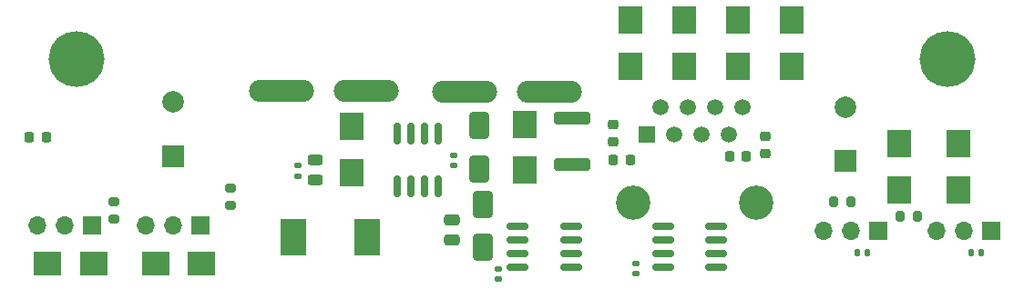
<source format=gbs>
G04 #@! TF.GenerationSoftware,KiCad,Pcbnew,7.0.2-6a45011f42~172~ubuntu22.04.1*
G04 #@! TF.CreationDate,2023-05-14T21:03:13-06:00*
G04 #@! TF.ProjectId,pole-node,706f6c65-2d6e-46f6-9465-2e6b69636164,rev?*
G04 #@! TF.SameCoordinates,Original*
G04 #@! TF.FileFunction,Soldermask,Bot*
G04 #@! TF.FilePolarity,Negative*
%FSLAX46Y46*%
G04 Gerber Fmt 4.6, Leading zero omitted, Abs format (unit mm)*
G04 Created by KiCad (PCBNEW 7.0.2-6a45011f42~172~ubuntu22.04.1) date 2023-05-14 21:03:13*
%MOMM*%
%LPD*%
G01*
G04 APERTURE LIST*
G04 Aperture macros list*
%AMRoundRect*
0 Rectangle with rounded corners*
0 $1 Rounding radius*
0 $2 $3 $4 $5 $6 $7 $8 $9 X,Y pos of 4 corners*
0 Add a 4 corners polygon primitive as box body*
4,1,4,$2,$3,$4,$5,$6,$7,$8,$9,$2,$3,0*
0 Add four circle primitives for the rounded corners*
1,1,$1+$1,$2,$3*
1,1,$1+$1,$4,$5*
1,1,$1+$1,$6,$7*
1,1,$1+$1,$8,$9*
0 Add four rect primitives between the rounded corners*
20,1,$1+$1,$2,$3,$4,$5,0*
20,1,$1+$1,$4,$5,$6,$7,0*
20,1,$1+$1,$6,$7,$8,$9,0*
20,1,$1+$1,$8,$9,$2,$3,0*%
G04 Aperture macros list end*
%ADD10RoundRect,0.150000X0.150000X-0.825000X0.150000X0.825000X-0.150000X0.825000X-0.150000X-0.825000X0*%
%ADD11O,6.030000X2.070000*%
%ADD12R,1.700000X1.700000*%
%ADD13O,1.700000X1.700000*%
%ADD14C,5.200000*%
%ADD15C,3.200000*%
%ADD16R,1.500000X1.500000*%
%ADD17C,1.500000*%
%ADD18R,2.000000X2.000000*%
%ADD19C,2.000000*%
%ADD20RoundRect,0.243750X0.456250X-0.243750X0.456250X0.243750X-0.456250X0.243750X-0.456250X-0.243750X0*%
%ADD21RoundRect,0.218750X0.256250X-0.218750X0.256250X0.218750X-0.256250X0.218750X-0.256250X-0.218750X0*%
%ADD22RoundRect,0.140000X0.170000X-0.140000X0.170000X0.140000X-0.170000X0.140000X-0.170000X-0.140000X0*%
%ADD23RoundRect,0.250000X0.650000X-1.000000X0.650000X1.000000X-0.650000X1.000000X-0.650000X-1.000000X0*%
%ADD24R,2.400000X3.500000*%
%ADD25RoundRect,0.218750X0.218750X0.256250X-0.218750X0.256250X-0.218750X-0.256250X0.218750X-0.256250X0*%
%ADD26RoundRect,0.218750X-0.256250X0.218750X-0.256250X-0.218750X0.256250X-0.218750X0.256250X0.218750X0*%
%ADD27RoundRect,0.218750X-0.218750X-0.256250X0.218750X-0.256250X0.218750X0.256250X-0.218750X0.256250X0*%
%ADD28RoundRect,0.150000X-0.825000X-0.150000X0.825000X-0.150000X0.825000X0.150000X-0.825000X0.150000X0*%
%ADD29R,2.300000X2.500000*%
%ADD30RoundRect,0.140000X-0.140000X-0.170000X0.140000X-0.170000X0.140000X0.170000X-0.140000X0.170000X0*%
%ADD31R,2.500000X2.300000*%
%ADD32RoundRect,0.200000X-0.275000X0.200000X-0.275000X-0.200000X0.275000X-0.200000X0.275000X0.200000X0*%
%ADD33RoundRect,0.200000X0.200000X0.275000X-0.200000X0.275000X-0.200000X-0.275000X0.200000X-0.275000X0*%
%ADD34RoundRect,0.250000X-0.475000X0.250000X-0.475000X-0.250000X0.475000X-0.250000X0.475000X0.250000X0*%
%ADD35RoundRect,0.200000X0.275000X-0.200000X0.275000X0.200000X-0.275000X0.200000X-0.275000X-0.200000X0*%
%ADD36RoundRect,0.250000X-1.450000X0.312500X-1.450000X-0.312500X1.450000X-0.312500X1.450000X0.312500X0*%
G04 APERTURE END LIST*
D10*
X77105000Y-67875000D03*
X75835000Y-67875000D03*
X74565000Y-67875000D03*
X73295000Y-67875000D03*
X73295000Y-62925000D03*
X74565000Y-62925000D03*
X75835000Y-62925000D03*
X77105000Y-62925000D03*
D11*
X70450000Y-58910000D03*
X62550000Y-58910000D03*
D12*
X55000000Y-71500000D03*
D13*
X52460000Y-71500000D03*
X49920000Y-71500000D03*
D12*
X118000000Y-72000000D03*
D13*
X115460000Y-72000000D03*
X112920000Y-72000000D03*
D12*
X128500000Y-72000000D03*
D13*
X125960000Y-72000000D03*
X123420000Y-72000000D03*
D14*
X124500000Y-56000000D03*
D15*
X95230000Y-69350000D03*
X106660000Y-69350000D03*
D16*
X96500000Y-63000000D03*
D17*
X97770000Y-60460000D03*
X99040000Y-63000000D03*
X100310000Y-60460000D03*
X101580000Y-63000000D03*
X102850000Y-60460000D03*
X104120000Y-63000000D03*
X105390000Y-60460000D03*
D12*
X45000000Y-71500000D03*
D13*
X42460000Y-71500000D03*
X39920000Y-71500000D03*
D18*
X115000000Y-65500000D03*
D19*
X115000000Y-60500000D03*
D18*
X52500000Y-65000000D03*
D19*
X52500000Y-60000000D03*
D11*
X87450000Y-59000000D03*
X79550000Y-59000000D03*
D14*
X43500000Y-56000000D03*
D20*
X65700000Y-67237500D03*
X65700000Y-65362500D03*
D21*
X93400000Y-63687500D03*
X93400000Y-62112500D03*
D22*
X82700000Y-76480000D03*
X82700000Y-75520000D03*
X95500000Y-75980000D03*
X95500000Y-75020000D03*
D23*
X81300000Y-73500000D03*
X81300000Y-69500000D03*
D24*
X70550000Y-72600000D03*
X63650000Y-72600000D03*
D25*
X94987500Y-65400000D03*
X93412500Y-65400000D03*
D26*
X107500000Y-63212500D03*
X107500000Y-64787500D03*
D27*
X39112500Y-63300000D03*
X40687500Y-63300000D03*
D28*
X84525000Y-75405000D03*
X84525000Y-74135000D03*
X84525000Y-72865000D03*
X84525000Y-71595000D03*
X89475000Y-71595000D03*
X89475000Y-72865000D03*
X89475000Y-74135000D03*
X89475000Y-75405000D03*
X98025000Y-75405000D03*
X98025000Y-74135000D03*
X98025000Y-72865000D03*
X98025000Y-71595000D03*
X102975000Y-71595000D03*
X102975000Y-72865000D03*
X102975000Y-74135000D03*
X102975000Y-75405000D03*
D29*
X125500000Y-68150000D03*
X125500000Y-63850000D03*
D30*
X126640000Y-74000000D03*
X127600000Y-74000000D03*
D22*
X64100000Y-66880000D03*
X64100000Y-65920000D03*
D29*
X100000000Y-52350000D03*
X100000000Y-56650000D03*
X85200000Y-66350000D03*
X85200000Y-62050000D03*
D31*
X40850000Y-75000000D03*
X45150000Y-75000000D03*
X50850000Y-75000000D03*
X55150000Y-75000000D03*
D29*
X69100000Y-66550000D03*
X69100000Y-62250000D03*
D30*
X116040000Y-74000000D03*
X117000000Y-74000000D03*
D29*
X95000000Y-56650000D03*
X95000000Y-52350000D03*
X110000000Y-52350000D03*
X110000000Y-56650000D03*
X105000000Y-56650000D03*
X105000000Y-52350000D03*
X120000000Y-68150000D03*
X120000000Y-63850000D03*
D25*
X105787500Y-65000000D03*
X104212500Y-65000000D03*
D32*
X47000000Y-69275000D03*
X47000000Y-70925000D03*
D23*
X80900000Y-66200000D03*
X80900000Y-62200000D03*
D33*
X115500000Y-69300000D03*
X113850000Y-69300000D03*
D34*
X78400000Y-70950000D03*
X78400000Y-72850000D03*
D35*
X57800000Y-69625000D03*
X57800000Y-67975000D03*
D33*
X121700000Y-70600000D03*
X120050000Y-70600000D03*
D36*
X89600000Y-61500000D03*
X89600000Y-65775000D03*
D22*
X78600000Y-65880000D03*
X78600000Y-64920000D03*
M02*

</source>
